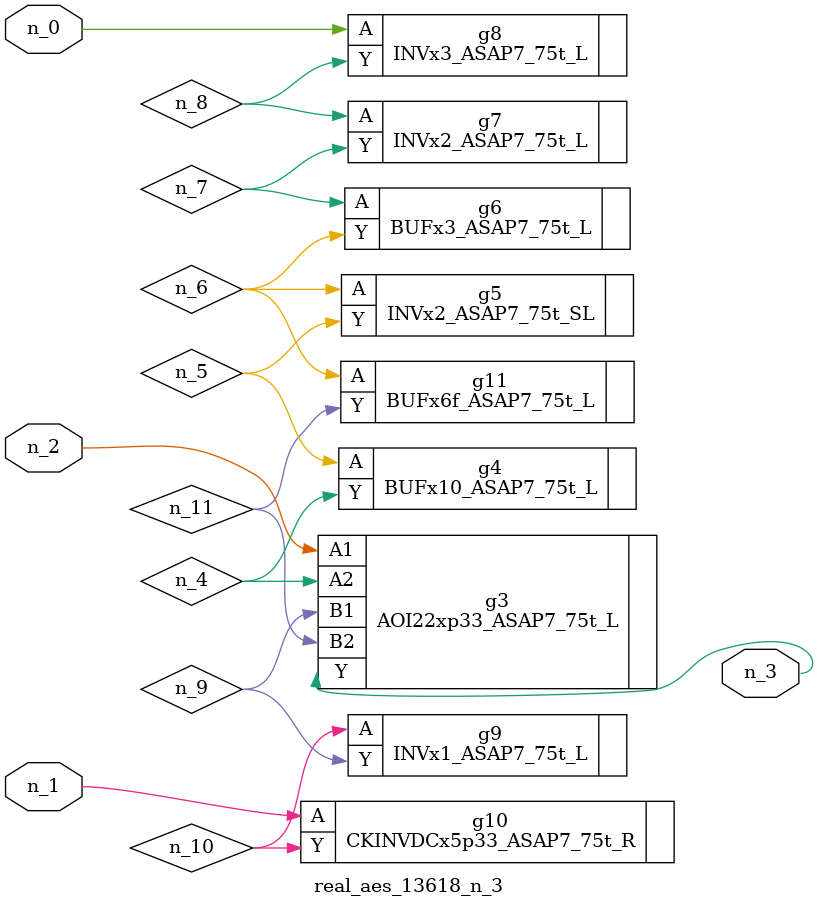
<source format=v>
module real_aes_13618_n_3 (n_0, n_2, n_1, n_3);
input n_0;
input n_2;
input n_1;
output n_3;
wire n_4;
wire n_5;
wire n_7;
wire n_9;
wire n_6;
wire n_8;
wire n_10;
wire n_11;
INVx3_ASAP7_75t_L g8 ( .A(n_0), .Y(n_8) );
CKINVDCx5p33_ASAP7_75t_R g10 ( .A(n_1), .Y(n_10) );
AOI22xp33_ASAP7_75t_L g3 ( .A1(n_2), .A2(n_4), .B1(n_9), .B2(n_11), .Y(n_3) );
BUFx10_ASAP7_75t_L g4 ( .A(n_5), .Y(n_4) );
INVx2_ASAP7_75t_SL g5 ( .A(n_6), .Y(n_5) );
BUFx6f_ASAP7_75t_L g11 ( .A(n_6), .Y(n_11) );
BUFx3_ASAP7_75t_L g6 ( .A(n_7), .Y(n_6) );
INVx2_ASAP7_75t_L g7 ( .A(n_8), .Y(n_7) );
INVx1_ASAP7_75t_L g9 ( .A(n_10), .Y(n_9) );
endmodule
</source>
